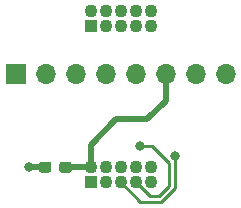
<source format=gbr>
%TF.GenerationSoftware,KiCad,Pcbnew,(5.1.8)-1*%
%TF.CreationDate,2021-09-16T00:57:33-04:00*%
%TF.ProjectId,Camera,43616d65-7261-42e6-9b69-6361645f7063,rev?*%
%TF.SameCoordinates,Original*%
%TF.FileFunction,Copper,L1,Top*%
%TF.FilePolarity,Positive*%
%FSLAX46Y46*%
G04 Gerber Fmt 4.6, Leading zero omitted, Abs format (unit mm)*
G04 Created by KiCad (PCBNEW (5.1.8)-1) date 2021-09-16 00:57:33*
%MOMM*%
%LPD*%
G01*
G04 APERTURE LIST*
%TA.AperFunction,ComponentPad*%
%ADD10C,1.100000*%
%TD*%
%TA.AperFunction,ComponentPad*%
%ADD11R,1.100000X1.100000*%
%TD*%
%TA.AperFunction,ComponentPad*%
%ADD12O,1.700000X1.700000*%
%TD*%
%TA.AperFunction,ComponentPad*%
%ADD13R,1.700000X1.700000*%
%TD*%
%TA.AperFunction,ViaPad*%
%ADD14C,0.800000*%
%TD*%
%TA.AperFunction,Conductor*%
%ADD15C,0.508000*%
%TD*%
%TA.AperFunction,Conductor*%
%ADD16C,0.250000*%
%TD*%
G04 APERTURE END LIST*
D10*
%TO.P,J2,10*%
%TO.N,N/C*%
X154540000Y-81915000D03*
%TO.P,J2,9*%
X154540000Y-83185000D03*
%TO.P,J2,8*%
X153270000Y-81915000D03*
%TO.P,J2,7*%
X153270000Y-83185000D03*
%TO.P,J2,6*%
X152000000Y-81915000D03*
%TO.P,J2,5*%
X152000000Y-83185000D03*
%TO.P,J2,4*%
X150730000Y-81915000D03*
%TO.P,J2,3*%
X150730000Y-83185000D03*
%TO.P,J2,2*%
X149460000Y-81915000D03*
D11*
%TO.P,J2,1*%
X149460000Y-83185000D03*
%TD*%
D10*
%TO.P,J1,10*%
%TO.N,GND*%
X154540000Y-95164920D03*
%TO.P,J1,9*%
%TO.N,/MISO*%
X154540000Y-96434920D03*
%TO.P,J1,8*%
%TO.N,N/C*%
X153270000Y-95164920D03*
%TO.P,J1,7*%
%TO.N,/MOSI*%
X153270000Y-96434920D03*
%TO.P,J1,6*%
%TO.N,/CS*%
X152000000Y-95164920D03*
%TO.P,J1,5*%
%TO.N,/SCK*%
X152000000Y-96434920D03*
%TO.P,J1,4*%
%TO.N,N/C*%
X150730000Y-95164920D03*
%TO.P,J1,3*%
%TO.N,/SDA*%
X150730000Y-96434920D03*
%TO.P,J1,2*%
%TO.N,+3V3*%
X149460000Y-95164920D03*
D11*
%TO.P,J1,1*%
%TO.N,/SCL*%
X149460000Y-96434920D03*
%TD*%
D12*
%TO.P,U1,8*%
%TO.N,/SCL*%
X160905000Y-87260000D03*
%TO.P,U1,7*%
%TO.N,/SDA*%
X158365000Y-87260000D03*
%TO.P,U1,6*%
%TO.N,+3V3*%
X155825000Y-87260000D03*
%TO.P,U1,5*%
%TO.N,GND*%
X153285000Y-87260000D03*
%TO.P,U1,4*%
%TO.N,/SCK*%
X150745000Y-87260000D03*
%TO.P,U1,3*%
%TO.N,/MISO*%
X148205000Y-87260000D03*
%TO.P,U1,2*%
%TO.N,/MOSI*%
X145665000Y-87260000D03*
D13*
%TO.P,U1,1*%
%TO.N,/CS*%
X143125000Y-87260000D03*
%TD*%
%TO.P,C1,2*%
%TO.N,GND*%
%TA.AperFunction,SMDPad,CuDef*%
G36*
G01*
X146145000Y-94912500D02*
X146145000Y-95387500D01*
G75*
G02*
X145907500Y-95625000I-237500J0D01*
G01*
X145307500Y-95625000D01*
G75*
G02*
X145070000Y-95387500I0J237500D01*
G01*
X145070000Y-94912500D01*
G75*
G02*
X145307500Y-94675000I237500J0D01*
G01*
X145907500Y-94675000D01*
G75*
G02*
X146145000Y-94912500I0J-237500D01*
G01*
G37*
%TD.AperFunction*%
%TO.P,C1,1*%
%TO.N,+3V3*%
%TA.AperFunction,SMDPad,CuDef*%
G36*
G01*
X147870000Y-94912500D02*
X147870000Y-95387500D01*
G75*
G02*
X147632500Y-95625000I-237500J0D01*
G01*
X147032500Y-95625000D01*
G75*
G02*
X146795000Y-95387500I0J237500D01*
G01*
X146795000Y-94912500D01*
G75*
G02*
X147032500Y-94675000I237500J0D01*
G01*
X147632500Y-94675000D01*
G75*
G02*
X147870000Y-94912500I0J-237500D01*
G01*
G37*
%TD.AperFunction*%
%TD*%
D14*
%TO.N,GND*%
X144240000Y-95150000D03*
%TO.N,/MOSI*%
X153660000Y-93335000D03*
%TO.N,/SCK*%
X156570010Y-94240010D03*
%TD*%
D15*
%TO.N,GND*%
X145607500Y-95150000D02*
X144240000Y-95150000D01*
%TO.N,+3V3*%
X147347420Y-95164920D02*
X147332500Y-95150000D01*
X149460000Y-95164920D02*
X147347420Y-95164920D01*
X149460000Y-95164920D02*
X149460000Y-93240000D01*
X154260000Y-91110000D02*
X155825000Y-89545000D01*
X155825000Y-89545000D02*
X155825000Y-87260000D01*
X151590000Y-91110000D02*
X154260000Y-91110000D01*
X149460000Y-93240000D02*
X151590000Y-91110000D01*
D16*
%TO.N,/MOSI*%
X153660000Y-93335000D02*
X154625000Y-93335000D01*
X154625000Y-93335000D02*
X156120000Y-94830000D01*
X156120000Y-94830000D02*
X156120000Y-96750000D01*
X156120000Y-96750000D02*
X155260000Y-97610000D01*
X154445080Y-97610000D02*
X153270000Y-96434920D01*
X155260000Y-97610000D02*
X154445080Y-97610000D01*
%TO.N,/SCK*%
X153625089Y-98060009D02*
X155446401Y-98060009D01*
X152000000Y-96434920D02*
X153625089Y-98060009D01*
X156570010Y-96936400D02*
X156570010Y-94240010D01*
X155446401Y-98060009D02*
X156570010Y-96936400D01*
%TD*%
M02*

</source>
